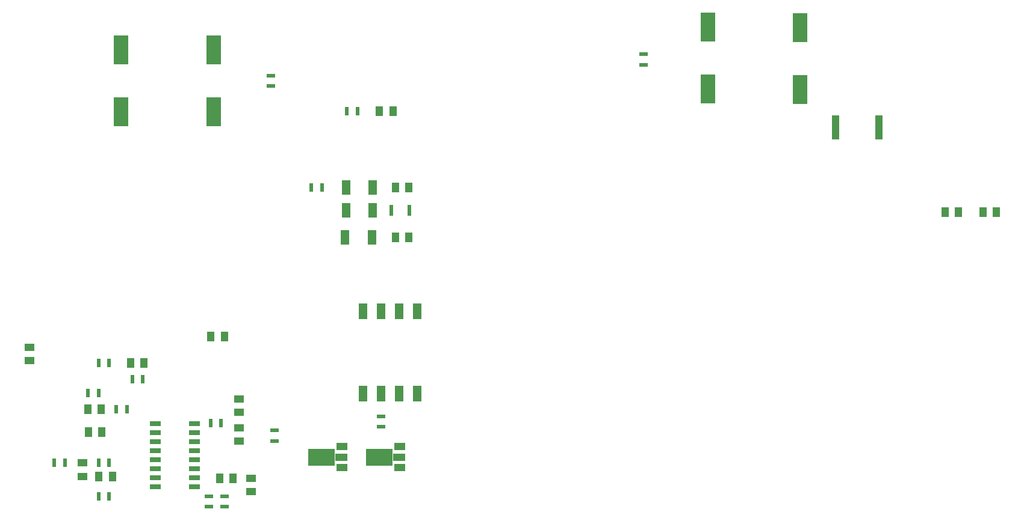
<source format=gtp>
G04 Layer_Color=8421504*
%FSAX23Y23*%
%MOIN*%
G70*
G01*
G75*
%ADD10R,0.039X0.057*%
%ADD11R,0.020X0.049*%
%ADD12R,0.049X0.020*%
%ADD13R,0.041X0.136*%
%ADD14R,0.079X0.161*%
%ADD15R,0.057X0.039*%
%ADD16R,0.059X0.039*%
%ADD17R,0.067X0.039*%
%ADD18R,0.150X0.098*%
%ADD19R,0.051X0.087*%
%ADD20R,0.020X0.063*%
%ADD21R,0.049X0.079*%
%ADD22R,0.060X0.026*%
G54D10*
X06473Y03328D02*
D03*
X06398D02*
D03*
X06683D02*
D03*
X06608D02*
D03*
X03341Y03889D02*
D03*
X03266D02*
D03*
X01888Y02491D02*
D03*
X01963D02*
D03*
X01652Y02235D02*
D03*
X01727D02*
D03*
X01729Y02107D02*
D03*
X01654D02*
D03*
X01788Y01861D02*
D03*
X01713D02*
D03*
X03429Y03466D02*
D03*
X03354D02*
D03*
X03429Y03190D02*
D03*
X03354D02*
D03*
X02333Y02639D02*
D03*
X02408D02*
D03*
X02457Y01851D02*
D03*
X02382D02*
D03*
G54D11*
X03146Y03889D02*
D03*
X03087D02*
D03*
X01770Y02491D02*
D03*
X01711D02*
D03*
X01652Y02324D02*
D03*
X01711Y02324D02*
D03*
X01524Y01940D02*
D03*
X01465D02*
D03*
X01711D02*
D03*
X01770D02*
D03*
X01711Y01753D02*
D03*
X01770D02*
D03*
X01809Y02235D02*
D03*
X01868D02*
D03*
X02890Y03466D02*
D03*
X02949D02*
D03*
X01898Y02403D02*
D03*
X01957D02*
D03*
X02390Y02157D02*
D03*
X02331D02*
D03*
G54D12*
X02664Y04086D02*
D03*
Y04027D02*
D03*
X02685Y02058D02*
D03*
Y02117D02*
D03*
X04730Y04145D02*
D03*
Y04204D02*
D03*
X02321Y01694D02*
D03*
Y01753D02*
D03*
X03276Y02137D02*
D03*
Y02196D02*
D03*
X02410Y01694D02*
D03*
Y01753D02*
D03*
G54D13*
X05791Y03800D02*
D03*
X06032D02*
D03*
G54D14*
X05085Y04013D02*
D03*
Y04355D02*
D03*
X05597Y04009D02*
D03*
Y04351D02*
D03*
X01837Y03885D02*
D03*
Y04227D02*
D03*
X02349Y03885D02*
D03*
Y04227D02*
D03*
G54D15*
X01622Y01938D02*
D03*
Y01863D02*
D03*
X02557Y01851D02*
D03*
Y01777D02*
D03*
X02488Y02133D02*
D03*
Y02058D02*
D03*
Y02292D02*
D03*
Y02218D02*
D03*
X01329Y02505D02*
D03*
Y02580D02*
D03*
G54D16*
X03378Y01911D02*
D03*
Y02029D02*
D03*
X03059Y01911D02*
D03*
Y02029D02*
D03*
G54D17*
X03374Y01970D02*
D03*
X03055D02*
D03*
G54D18*
X03266D02*
D03*
X02947D02*
D03*
G54D19*
X03175Y02323D02*
D03*
X03275D02*
D03*
X03375D02*
D03*
X03475D02*
D03*
Y02777D02*
D03*
X03375D02*
D03*
X03275D02*
D03*
X03175D02*
D03*
G54D20*
X03433Y03338D02*
D03*
X03331D02*
D03*
G54D21*
X03225Y03190D02*
D03*
X03077D02*
D03*
X03082Y03338D02*
D03*
X03229D02*
D03*
Y03466D02*
D03*
X03082D02*
D03*
G54D22*
X02241Y02154D02*
D03*
Y02104D02*
D03*
Y02054D02*
D03*
Y02004D02*
D03*
Y01954D02*
D03*
Y01904D02*
D03*
Y01854D02*
D03*
Y01804D02*
D03*
X02027D02*
D03*
Y01854D02*
D03*
Y01904D02*
D03*
Y01954D02*
D03*
Y02004D02*
D03*
Y02054D02*
D03*
Y02104D02*
D03*
Y02154D02*
D03*
M02*

</source>
